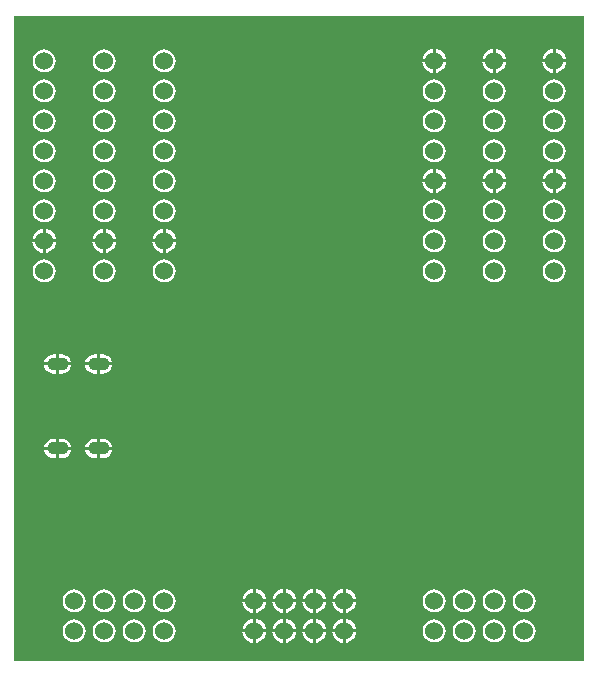
<source format=gbl>
G04*
G04 #@! TF.GenerationSoftware,Altium Limited,Altium Designer,20.0.9 (164)*
G04*
G04 Layer_Physical_Order=2*
G04 Layer_Color=16711680*
%FSLAX25Y25*%
%MOIN*%
G70*
G01*
G75*
%ADD17C,0.06000*%
%ADD18O,0.07087X0.04331*%
G36*
X580000Y190000D02*
X390000D01*
Y405000D01*
X580000D01*
Y190000D01*
D02*
G37*
%LPC*%
G36*
X570500Y393969D02*
Y390500D01*
X573969D01*
X573897Y391044D01*
X573494Y392017D01*
X572853Y392853D01*
X572017Y393494D01*
X571044Y393897D01*
X570500Y393969D01*
D02*
G37*
G36*
X550500D02*
Y390500D01*
X553969D01*
X553897Y391044D01*
X553494Y392017D01*
X552853Y392853D01*
X552017Y393494D01*
X551044Y393897D01*
X550500Y393969D01*
D02*
G37*
G36*
X530500D02*
Y390500D01*
X533969D01*
X533897Y391044D01*
X533494Y392017D01*
X532853Y392853D01*
X532017Y393494D01*
X531044Y393897D01*
X530500Y393969D01*
D02*
G37*
G36*
X569500D02*
X568956Y393897D01*
X567983Y393494D01*
X567147Y392853D01*
X566506Y392017D01*
X566103Y391044D01*
X566031Y390500D01*
X569500D01*
Y393969D01*
D02*
G37*
G36*
X549500D02*
X548956Y393897D01*
X547983Y393494D01*
X547147Y392853D01*
X546506Y392017D01*
X546103Y391044D01*
X546031Y390500D01*
X549500D01*
Y393969D01*
D02*
G37*
G36*
X529500D02*
X528956Y393897D01*
X527983Y393494D01*
X527147Y392853D01*
X526506Y392017D01*
X526103Y391044D01*
X526031Y390500D01*
X529500D01*
Y393969D01*
D02*
G37*
G36*
X440000Y393833D02*
X439008Y393702D01*
X438084Y393319D01*
X437290Y392710D01*
X436681Y391916D01*
X436298Y390992D01*
X436167Y390000D01*
X436298Y389008D01*
X436681Y388084D01*
X437290Y387290D01*
X438084Y386681D01*
X439008Y386298D01*
X440000Y386167D01*
X440992Y386298D01*
X441916Y386681D01*
X442710Y387290D01*
X443319Y388084D01*
X443702Y389008D01*
X443833Y390000D01*
X443702Y390992D01*
X443319Y391916D01*
X442710Y392710D01*
X441916Y393319D01*
X440992Y393702D01*
X440000Y393833D01*
D02*
G37*
G36*
X420000D02*
X419008Y393702D01*
X418084Y393319D01*
X417290Y392710D01*
X416681Y391916D01*
X416298Y390992D01*
X416167Y390000D01*
X416298Y389008D01*
X416681Y388084D01*
X417290Y387290D01*
X418084Y386681D01*
X419008Y386298D01*
X420000Y386167D01*
X420992Y386298D01*
X421916Y386681D01*
X422710Y387290D01*
X423319Y388084D01*
X423702Y389008D01*
X423833Y390000D01*
X423702Y390992D01*
X423319Y391916D01*
X422710Y392710D01*
X421916Y393319D01*
X420992Y393702D01*
X420000Y393833D01*
D02*
G37*
G36*
X400000D02*
X399008Y393702D01*
X398084Y393319D01*
X397290Y392710D01*
X396681Y391916D01*
X396298Y390992D01*
X396167Y390000D01*
X396298Y389008D01*
X396681Y388084D01*
X397290Y387290D01*
X398084Y386681D01*
X399008Y386298D01*
X400000Y386167D01*
X400992Y386298D01*
X401916Y386681D01*
X402710Y387290D01*
X403319Y388084D01*
X403702Y389008D01*
X403833Y390000D01*
X403702Y390992D01*
X403319Y391916D01*
X402710Y392710D01*
X401916Y393319D01*
X400992Y393702D01*
X400000Y393833D01*
D02*
G37*
G36*
X533969Y389500D02*
X530500D01*
Y386031D01*
X531044Y386103D01*
X532017Y386506D01*
X532853Y387147D01*
X533494Y387983D01*
X533897Y388956D01*
X533969Y389500D01*
D02*
G37*
G36*
X573969D02*
X570500D01*
Y386031D01*
X571044Y386103D01*
X572017Y386506D01*
X572853Y387147D01*
X573494Y387983D01*
X573897Y388956D01*
X573969Y389500D01*
D02*
G37*
G36*
X553969D02*
X550500D01*
Y386031D01*
X551044Y386103D01*
X552017Y386506D01*
X552853Y387147D01*
X553494Y387983D01*
X553897Y388956D01*
X553969Y389500D01*
D02*
G37*
G36*
X569500D02*
X566031D01*
X566103Y388956D01*
X566506Y387983D01*
X567147Y387147D01*
X567983Y386506D01*
X568956Y386103D01*
X569500Y386031D01*
Y389500D01*
D02*
G37*
G36*
X549500D02*
X546031D01*
X546103Y388956D01*
X546506Y387983D01*
X547147Y387147D01*
X547983Y386506D01*
X548956Y386103D01*
X549500Y386031D01*
Y389500D01*
D02*
G37*
G36*
X529500D02*
X526031D01*
X526103Y388956D01*
X526506Y387983D01*
X527147Y387147D01*
X527983Y386506D01*
X528956Y386103D01*
X529500Y386031D01*
Y389500D01*
D02*
G37*
G36*
X550000Y383833D02*
X549008Y383702D01*
X548084Y383319D01*
X547290Y382710D01*
X546681Y381916D01*
X546298Y380992D01*
X546167Y380000D01*
X546298Y379008D01*
X546681Y378084D01*
X547290Y377290D01*
X548084Y376681D01*
X549008Y376298D01*
X550000Y376167D01*
X550992Y376298D01*
X551916Y376681D01*
X552710Y377290D01*
X553319Y378084D01*
X553702Y379008D01*
X553833Y380000D01*
X553702Y380992D01*
X553319Y381916D01*
X552710Y382710D01*
X551916Y383319D01*
X550992Y383702D01*
X550000Y383833D01*
D02*
G37*
G36*
X570000Y383833D02*
X569008Y383702D01*
X568084Y383319D01*
X567290Y382710D01*
X566681Y381916D01*
X566298Y380992D01*
X566167Y380000D01*
X566298Y379008D01*
X566681Y378084D01*
X567290Y377290D01*
X568084Y376681D01*
X569008Y376298D01*
X570000Y376167D01*
X570992Y376298D01*
X571916Y376681D01*
X572710Y377290D01*
X573319Y378084D01*
X573702Y379008D01*
X573833Y380000D01*
X573702Y380992D01*
X573319Y381916D01*
X572710Y382710D01*
X571916Y383319D01*
X570992Y383702D01*
X570000Y383833D01*
D02*
G37*
G36*
X530000D02*
X529008Y383702D01*
X528084Y383319D01*
X527290Y382710D01*
X526681Y381916D01*
X526298Y380992D01*
X526167Y380000D01*
X526298Y379008D01*
X526681Y378084D01*
X527290Y377290D01*
X528084Y376681D01*
X529008Y376298D01*
X530000Y376167D01*
X530992Y376298D01*
X531916Y376681D01*
X532710Y377290D01*
X533319Y378084D01*
X533702Y379008D01*
X533833Y380000D01*
X533702Y380992D01*
X533319Y381916D01*
X532710Y382710D01*
X531916Y383319D01*
X530992Y383702D01*
X530000Y383833D01*
D02*
G37*
G36*
X440000D02*
X439008Y383702D01*
X438084Y383319D01*
X437290Y382710D01*
X436681Y381916D01*
X436298Y380992D01*
X436167Y380000D01*
X436298Y379008D01*
X436681Y378084D01*
X437290Y377290D01*
X438084Y376681D01*
X439008Y376298D01*
X440000Y376167D01*
X440992Y376298D01*
X441916Y376681D01*
X442710Y377290D01*
X443319Y378084D01*
X443702Y379008D01*
X443833Y380000D01*
X443702Y380992D01*
X443319Y381916D01*
X442710Y382710D01*
X441916Y383319D01*
X440992Y383702D01*
X440000Y383833D01*
D02*
G37*
G36*
X420000D02*
X419008Y383702D01*
X418084Y383319D01*
X417290Y382710D01*
X416681Y381916D01*
X416298Y380992D01*
X416167Y380000D01*
X416298Y379008D01*
X416681Y378084D01*
X417290Y377290D01*
X418084Y376681D01*
X419008Y376298D01*
X420000Y376167D01*
X420992Y376298D01*
X421916Y376681D01*
X422710Y377290D01*
X423319Y378084D01*
X423702Y379008D01*
X423833Y380000D01*
X423702Y380992D01*
X423319Y381916D01*
X422710Y382710D01*
X421916Y383319D01*
X420992Y383702D01*
X420000Y383833D01*
D02*
G37*
G36*
X400000D02*
X399008Y383702D01*
X398084Y383319D01*
X397290Y382710D01*
X396681Y381916D01*
X396298Y380992D01*
X396167Y380000D01*
X396298Y379008D01*
X396681Y378084D01*
X397290Y377290D01*
X398084Y376681D01*
X399008Y376298D01*
X400000Y376167D01*
X400992Y376298D01*
X401916Y376681D01*
X402710Y377290D01*
X403319Y378084D01*
X403702Y379008D01*
X403833Y380000D01*
X403702Y380992D01*
X403319Y381916D01*
X402710Y382710D01*
X401916Y383319D01*
X400992Y383702D01*
X400000Y383833D01*
D02*
G37*
G36*
X570000Y373833D02*
X569008Y373702D01*
X568084Y373319D01*
X567290Y372710D01*
X566681Y371916D01*
X566298Y370992D01*
X566167Y370000D01*
X566298Y369008D01*
X566681Y368084D01*
X567290Y367290D01*
X568084Y366681D01*
X569008Y366298D01*
X570000Y366167D01*
X570992Y366298D01*
X571916Y366681D01*
X572710Y367290D01*
X573319Y368084D01*
X573702Y369008D01*
X573833Y370000D01*
X573702Y370992D01*
X573319Y371916D01*
X572710Y372710D01*
X571916Y373319D01*
X570992Y373702D01*
X570000Y373833D01*
D02*
G37*
G36*
X550000D02*
X549008Y373702D01*
X548084Y373319D01*
X547290Y372710D01*
X546681Y371916D01*
X546298Y370992D01*
X546167Y370000D01*
X546298Y369008D01*
X546681Y368084D01*
X547290Y367290D01*
X548084Y366681D01*
X549008Y366298D01*
X550000Y366167D01*
X550992Y366298D01*
X551916Y366681D01*
X552710Y367290D01*
X553319Y368084D01*
X553702Y369008D01*
X553833Y370000D01*
X553702Y370992D01*
X553319Y371916D01*
X552710Y372710D01*
X551916Y373319D01*
X550992Y373702D01*
X550000Y373833D01*
D02*
G37*
G36*
X530000D02*
X529008Y373702D01*
X528084Y373319D01*
X527290Y372710D01*
X526681Y371916D01*
X526298Y370992D01*
X526167Y370000D01*
X526298Y369008D01*
X526681Y368084D01*
X527290Y367290D01*
X528084Y366681D01*
X529008Y366298D01*
X530000Y366167D01*
X530992Y366298D01*
X531916Y366681D01*
X532710Y367290D01*
X533319Y368084D01*
X533702Y369008D01*
X533833Y370000D01*
X533702Y370992D01*
X533319Y371916D01*
X532710Y372710D01*
X531916Y373319D01*
X530992Y373702D01*
X530000Y373833D01*
D02*
G37*
G36*
X440000D02*
X439008Y373702D01*
X438084Y373319D01*
X437290Y372710D01*
X436681Y371916D01*
X436298Y370992D01*
X436167Y370000D01*
X436298Y369008D01*
X436681Y368084D01*
X437290Y367290D01*
X438084Y366681D01*
X439008Y366298D01*
X440000Y366167D01*
X440992Y366298D01*
X441916Y366681D01*
X442710Y367290D01*
X443319Y368084D01*
X443702Y369008D01*
X443833Y370000D01*
X443702Y370992D01*
X443319Y371916D01*
X442710Y372710D01*
X441916Y373319D01*
X440992Y373702D01*
X440000Y373833D01*
D02*
G37*
G36*
X420000D02*
X419008Y373702D01*
X418084Y373319D01*
X417290Y372710D01*
X416681Y371916D01*
X416298Y370992D01*
X416167Y370000D01*
X416298Y369008D01*
X416681Y368084D01*
X417290Y367290D01*
X418084Y366681D01*
X419008Y366298D01*
X420000Y366167D01*
X420992Y366298D01*
X421916Y366681D01*
X422710Y367290D01*
X423319Y368084D01*
X423702Y369008D01*
X423833Y370000D01*
X423702Y370992D01*
X423319Y371916D01*
X422710Y372710D01*
X421916Y373319D01*
X420992Y373702D01*
X420000Y373833D01*
D02*
G37*
G36*
X400000D02*
X399008Y373702D01*
X398084Y373319D01*
X397290Y372710D01*
X396681Y371916D01*
X396298Y370992D01*
X396167Y370000D01*
X396298Y369008D01*
X396681Y368084D01*
X397290Y367290D01*
X398084Y366681D01*
X399008Y366298D01*
X400000Y366167D01*
X400992Y366298D01*
X401916Y366681D01*
X402710Y367290D01*
X403319Y368084D01*
X403702Y369008D01*
X403833Y370000D01*
X403702Y370992D01*
X403319Y371916D01*
X402710Y372710D01*
X401916Y373319D01*
X400992Y373702D01*
X400000Y373833D01*
D02*
G37*
G36*
X570000Y363833D02*
X569008Y363702D01*
X568084Y363319D01*
X567290Y362710D01*
X566681Y361916D01*
X566298Y360992D01*
X566167Y360000D01*
X566298Y359008D01*
X566681Y358084D01*
X567290Y357290D01*
X568084Y356681D01*
X569008Y356298D01*
X570000Y356167D01*
X570992Y356298D01*
X571916Y356681D01*
X572710Y357290D01*
X573319Y358084D01*
X573702Y359008D01*
X573833Y360000D01*
X573702Y360992D01*
X573319Y361916D01*
X572710Y362710D01*
X571916Y363319D01*
X570992Y363702D01*
X570000Y363833D01*
D02*
G37*
G36*
X550000Y363833D02*
X549008Y363702D01*
X548084Y363319D01*
X547290Y362710D01*
X546681Y361916D01*
X546298Y360992D01*
X546167Y360000D01*
X546298Y359008D01*
X546681Y358084D01*
X547290Y357290D01*
X548084Y356681D01*
X549008Y356298D01*
X550000Y356167D01*
X550992Y356298D01*
X551916Y356681D01*
X552710Y357290D01*
X553319Y358084D01*
X553702Y359008D01*
X553833Y360000D01*
X553702Y360992D01*
X553319Y361916D01*
X552710Y362710D01*
X551916Y363319D01*
X550992Y363702D01*
X550000Y363833D01*
D02*
G37*
G36*
X530000D02*
X529008Y363702D01*
X528084Y363319D01*
X527290Y362710D01*
X526681Y361916D01*
X526298Y360992D01*
X526167Y360000D01*
X526298Y359008D01*
X526681Y358084D01*
X527290Y357290D01*
X528084Y356681D01*
X529008Y356298D01*
X530000Y356167D01*
X530992Y356298D01*
X531916Y356681D01*
X532710Y357290D01*
X533319Y358084D01*
X533702Y359008D01*
X533833Y360000D01*
X533702Y360992D01*
X533319Y361916D01*
X532710Y362710D01*
X531916Y363319D01*
X530992Y363702D01*
X530000Y363833D01*
D02*
G37*
G36*
X440000D02*
X439008Y363702D01*
X438084Y363319D01*
X437290Y362710D01*
X436681Y361916D01*
X436298Y360992D01*
X436167Y360000D01*
X436298Y359008D01*
X436681Y358084D01*
X437290Y357290D01*
X438084Y356681D01*
X439008Y356298D01*
X440000Y356167D01*
X440992Y356298D01*
X441916Y356681D01*
X442710Y357290D01*
X443319Y358084D01*
X443702Y359008D01*
X443833Y360000D01*
X443702Y360992D01*
X443319Y361916D01*
X442710Y362710D01*
X441916Y363319D01*
X440992Y363702D01*
X440000Y363833D01*
D02*
G37*
G36*
X420000D02*
X419008Y363702D01*
X418084Y363319D01*
X417290Y362710D01*
X416681Y361916D01*
X416298Y360992D01*
X416167Y360000D01*
X416298Y359008D01*
X416681Y358084D01*
X417290Y357290D01*
X418084Y356681D01*
X419008Y356298D01*
X420000Y356167D01*
X420992Y356298D01*
X421916Y356681D01*
X422710Y357290D01*
X423319Y358084D01*
X423702Y359008D01*
X423833Y360000D01*
X423702Y360992D01*
X423319Y361916D01*
X422710Y362710D01*
X421916Y363319D01*
X420992Y363702D01*
X420000Y363833D01*
D02*
G37*
G36*
X400000D02*
X399008Y363702D01*
X398084Y363319D01*
X397290Y362710D01*
X396681Y361916D01*
X396298Y360992D01*
X396167Y360000D01*
X396298Y359008D01*
X396681Y358084D01*
X397290Y357290D01*
X398084Y356681D01*
X399008Y356298D01*
X400000Y356167D01*
X400992Y356298D01*
X401916Y356681D01*
X402710Y357290D01*
X403319Y358084D01*
X403702Y359008D01*
X403833Y360000D01*
X403702Y360992D01*
X403319Y361916D01*
X402710Y362710D01*
X401916Y363319D01*
X400992Y363702D01*
X400000Y363833D01*
D02*
G37*
G36*
X530500Y353969D02*
Y350500D01*
X533969D01*
X533897Y351044D01*
X533494Y352017D01*
X532853Y352853D01*
X532017Y353494D01*
X531044Y353897D01*
X530500Y353969D01*
D02*
G37*
G36*
X570500Y353969D02*
Y350500D01*
X573969D01*
X573897Y351044D01*
X573494Y352017D01*
X572853Y352853D01*
X572017Y353494D01*
X571044Y353897D01*
X570500Y353969D01*
D02*
G37*
G36*
X550500D02*
Y350500D01*
X553969D01*
X553897Y351044D01*
X553494Y352017D01*
X552853Y352853D01*
X552017Y353494D01*
X551044Y353897D01*
X550500Y353969D01*
D02*
G37*
G36*
X569500D02*
X568956Y353897D01*
X567983Y353494D01*
X567147Y352853D01*
X566506Y352017D01*
X566103Y351044D01*
X566031Y350500D01*
X569500D01*
Y353969D01*
D02*
G37*
G36*
X549500D02*
X548956Y353897D01*
X547983Y353494D01*
X547147Y352853D01*
X546506Y352017D01*
X546103Y351044D01*
X546031Y350500D01*
X549500D01*
Y353969D01*
D02*
G37*
G36*
X529500D02*
X528956Y353897D01*
X527983Y353494D01*
X527147Y352853D01*
X526506Y352017D01*
X526103Y351044D01*
X526031Y350500D01*
X529500D01*
Y353969D01*
D02*
G37*
G36*
X440000Y353833D02*
X439008Y353702D01*
X438084Y353319D01*
X437290Y352710D01*
X436681Y351916D01*
X436298Y350992D01*
X436167Y350000D01*
X436298Y349008D01*
X436681Y348084D01*
X437290Y347290D01*
X438084Y346681D01*
X439008Y346298D01*
X440000Y346167D01*
X440992Y346298D01*
X441916Y346681D01*
X442710Y347290D01*
X443319Y348084D01*
X443702Y349008D01*
X443833Y350000D01*
X443702Y350992D01*
X443319Y351916D01*
X442710Y352710D01*
X441916Y353319D01*
X440992Y353702D01*
X440000Y353833D01*
D02*
G37*
G36*
X420000D02*
X419008Y353702D01*
X418084Y353319D01*
X417290Y352710D01*
X416681Y351916D01*
X416298Y350992D01*
X416167Y350000D01*
X416298Y349008D01*
X416681Y348084D01*
X417290Y347290D01*
X418084Y346681D01*
X419008Y346298D01*
X420000Y346167D01*
X420992Y346298D01*
X421916Y346681D01*
X422710Y347290D01*
X423319Y348084D01*
X423702Y349008D01*
X423833Y350000D01*
X423702Y350992D01*
X423319Y351916D01*
X422710Y352710D01*
X421916Y353319D01*
X420992Y353702D01*
X420000Y353833D01*
D02*
G37*
G36*
X400000D02*
X399008Y353702D01*
X398084Y353319D01*
X397290Y352710D01*
X396681Y351916D01*
X396298Y350992D01*
X396167Y350000D01*
X396298Y349008D01*
X396681Y348084D01*
X397290Y347290D01*
X398084Y346681D01*
X399008Y346298D01*
X400000Y346167D01*
X400992Y346298D01*
X401916Y346681D01*
X402710Y347290D01*
X403319Y348084D01*
X403702Y349008D01*
X403833Y350000D01*
X403702Y350992D01*
X403319Y351916D01*
X402710Y352710D01*
X401916Y353319D01*
X400992Y353702D01*
X400000Y353833D01*
D02*
G37*
G36*
X529500Y349500D02*
X526031D01*
X526103Y348956D01*
X526506Y347983D01*
X527147Y347147D01*
X527983Y346506D01*
X528956Y346103D01*
X529500Y346031D01*
Y349500D01*
D02*
G37*
G36*
X533969D02*
X530500D01*
Y346031D01*
X531044Y346103D01*
X532017Y346506D01*
X532853Y347147D01*
X533494Y347983D01*
X533897Y348956D01*
X533969Y349500D01*
D02*
G37*
G36*
X573969D02*
X570500D01*
Y346031D01*
X571044Y346103D01*
X572017Y346506D01*
X572853Y347147D01*
X573494Y347983D01*
X573897Y348956D01*
X573969Y349500D01*
D02*
G37*
G36*
X553969D02*
X550500D01*
Y346031D01*
X551044Y346103D01*
X552017Y346506D01*
X552853Y347147D01*
X553494Y347983D01*
X553897Y348956D01*
X553969Y349500D01*
D02*
G37*
G36*
X569500D02*
X566031D01*
X566103Y348956D01*
X566506Y347983D01*
X567147Y347147D01*
X567983Y346506D01*
X568956Y346103D01*
X569500Y346031D01*
Y349500D01*
D02*
G37*
G36*
X549500D02*
X546031D01*
X546103Y348956D01*
X546506Y347983D01*
X547147Y347147D01*
X547983Y346506D01*
X548956Y346103D01*
X549500Y346031D01*
Y349500D01*
D02*
G37*
G36*
X570000Y343833D02*
X569008Y343702D01*
X568084Y343319D01*
X567290Y342710D01*
X566681Y341916D01*
X566298Y340992D01*
X566167Y340000D01*
X566298Y339008D01*
X566681Y338084D01*
X567290Y337290D01*
X568084Y336681D01*
X569008Y336298D01*
X570000Y336167D01*
X570992Y336298D01*
X571916Y336681D01*
X572710Y337290D01*
X573319Y338084D01*
X573702Y339008D01*
X573833Y340000D01*
X573702Y340992D01*
X573319Y341916D01*
X572710Y342710D01*
X571916Y343319D01*
X570992Y343702D01*
X570000Y343833D01*
D02*
G37*
G36*
X530000D02*
X529008Y343702D01*
X528084Y343319D01*
X527290Y342710D01*
X526681Y341916D01*
X526298Y340992D01*
X526167Y340000D01*
X526298Y339008D01*
X526681Y338084D01*
X527290Y337290D01*
X528084Y336681D01*
X529008Y336298D01*
X530000Y336167D01*
X530992Y336298D01*
X531916Y336681D01*
X532710Y337290D01*
X533319Y338084D01*
X533702Y339008D01*
X533833Y340000D01*
X533702Y340992D01*
X533319Y341916D01*
X532710Y342710D01*
X531916Y343319D01*
X530992Y343702D01*
X530000Y343833D01*
D02*
G37*
G36*
X440000D02*
X439008Y343702D01*
X438084Y343319D01*
X437290Y342710D01*
X436681Y341916D01*
X436298Y340992D01*
X436167Y340000D01*
X436298Y339008D01*
X436681Y338084D01*
X437290Y337290D01*
X438084Y336681D01*
X439008Y336298D01*
X440000Y336167D01*
X440992Y336298D01*
X441916Y336681D01*
X442710Y337290D01*
X443319Y338084D01*
X443702Y339008D01*
X443833Y340000D01*
X443702Y340992D01*
X443319Y341916D01*
X442710Y342710D01*
X441916Y343319D01*
X440992Y343702D01*
X440000Y343833D01*
D02*
G37*
G36*
X420000D02*
X419008Y343702D01*
X418084Y343319D01*
X417290Y342710D01*
X416681Y341916D01*
X416298Y340992D01*
X416167Y340000D01*
X416298Y339008D01*
X416681Y338084D01*
X417290Y337290D01*
X418084Y336681D01*
X419008Y336298D01*
X420000Y336167D01*
X420992Y336298D01*
X421916Y336681D01*
X422710Y337290D01*
X423319Y338084D01*
X423702Y339008D01*
X423833Y340000D01*
X423702Y340992D01*
X423319Y341916D01*
X422710Y342710D01*
X421916Y343319D01*
X420992Y343702D01*
X420000Y343833D01*
D02*
G37*
G36*
X400000D02*
X399008Y343702D01*
X398084Y343319D01*
X397290Y342710D01*
X396681Y341916D01*
X396298Y340992D01*
X396167Y340000D01*
X396298Y339008D01*
X396681Y338084D01*
X397290Y337290D01*
X398084Y336681D01*
X399008Y336298D01*
X400000Y336167D01*
X400992Y336298D01*
X401916Y336681D01*
X402710Y337290D01*
X403319Y338084D01*
X403702Y339008D01*
X403833Y340000D01*
X403702Y340992D01*
X403319Y341916D01*
X402710Y342710D01*
X401916Y343319D01*
X400992Y343702D01*
X400000Y343833D01*
D02*
G37*
G36*
X550000Y343833D02*
X549008Y343702D01*
X548084Y343319D01*
X547290Y342710D01*
X546681Y341916D01*
X546298Y340992D01*
X546167Y340000D01*
X546298Y339008D01*
X546681Y338084D01*
X547290Y337290D01*
X548084Y336681D01*
X549008Y336298D01*
X550000Y336167D01*
X550992Y336298D01*
X551916Y336681D01*
X552710Y337290D01*
X553319Y338084D01*
X553702Y339008D01*
X553833Y340000D01*
X553702Y340992D01*
X553319Y341916D01*
X552710Y342710D01*
X551916Y343319D01*
X550992Y343702D01*
X550000Y343833D01*
D02*
G37*
G36*
X420500Y333969D02*
Y330500D01*
X423969D01*
X423897Y331044D01*
X423494Y332017D01*
X422853Y332853D01*
X422017Y333494D01*
X421044Y333897D01*
X420500Y333969D01*
D02*
G37*
G36*
X400500D02*
Y330500D01*
X403969D01*
X403897Y331044D01*
X403494Y332017D01*
X402853Y332853D01*
X402017Y333494D01*
X401044Y333897D01*
X400500Y333969D01*
D02*
G37*
G36*
X440500D02*
Y330500D01*
X443969D01*
X443897Y331044D01*
X443494Y332017D01*
X442853Y332853D01*
X442017Y333494D01*
X441044Y333897D01*
X440500Y333969D01*
D02*
G37*
G36*
X439500D02*
X438956Y333897D01*
X437983Y333494D01*
X437147Y332853D01*
X436506Y332017D01*
X436103Y331044D01*
X436031Y330500D01*
X439500D01*
Y333969D01*
D02*
G37*
G36*
X399500D02*
X398956Y333897D01*
X397983Y333494D01*
X397147Y332853D01*
X396506Y332017D01*
X396103Y331044D01*
X396031Y330500D01*
X399500D01*
Y333969D01*
D02*
G37*
G36*
X419500D02*
X418956Y333897D01*
X417983Y333494D01*
X417147Y332853D01*
X416506Y332017D01*
X416103Y331044D01*
X416031Y330500D01*
X419500D01*
Y333969D01*
D02*
G37*
G36*
X570000Y333833D02*
X569008Y333702D01*
X568084Y333319D01*
X567290Y332710D01*
X566681Y331916D01*
X566298Y330992D01*
X566167Y330000D01*
X566298Y329008D01*
X566681Y328084D01*
X567290Y327290D01*
X568084Y326681D01*
X569008Y326298D01*
X570000Y326167D01*
X570992Y326298D01*
X571916Y326681D01*
X572710Y327290D01*
X573319Y328084D01*
X573702Y329008D01*
X573833Y330000D01*
X573702Y330992D01*
X573319Y331916D01*
X572710Y332710D01*
X571916Y333319D01*
X570992Y333702D01*
X570000Y333833D01*
D02*
G37*
G36*
X550000D02*
X549008Y333702D01*
X548084Y333319D01*
X547290Y332710D01*
X546681Y331916D01*
X546298Y330992D01*
X546167Y330000D01*
X546298Y329008D01*
X546681Y328084D01*
X547290Y327290D01*
X548084Y326681D01*
X549008Y326298D01*
X550000Y326167D01*
X550992Y326298D01*
X551916Y326681D01*
X552710Y327290D01*
X553319Y328084D01*
X553702Y329008D01*
X553833Y330000D01*
X553702Y330992D01*
X553319Y331916D01*
X552710Y332710D01*
X551916Y333319D01*
X550992Y333702D01*
X550000Y333833D01*
D02*
G37*
G36*
X530000D02*
X529008Y333702D01*
X528084Y333319D01*
X527290Y332710D01*
X526681Y331916D01*
X526298Y330992D01*
X526167Y330000D01*
X526298Y329008D01*
X526681Y328084D01*
X527290Y327290D01*
X528084Y326681D01*
X529008Y326298D01*
X530000Y326167D01*
X530992Y326298D01*
X531916Y326681D01*
X532710Y327290D01*
X533319Y328084D01*
X533702Y329008D01*
X533833Y330000D01*
X533702Y330992D01*
X533319Y331916D01*
X532710Y332710D01*
X531916Y333319D01*
X530992Y333702D01*
X530000Y333833D01*
D02*
G37*
G36*
X423969Y329500D02*
X420500D01*
Y326031D01*
X421044Y326103D01*
X422017Y326506D01*
X422853Y327147D01*
X423494Y327983D01*
X423897Y328956D01*
X423969Y329500D01*
D02*
G37*
G36*
X403969D02*
X400500D01*
Y326031D01*
X401044Y326103D01*
X402017Y326506D01*
X402853Y327147D01*
X403494Y327983D01*
X403897Y328956D01*
X403969Y329500D01*
D02*
G37*
G36*
X443969D02*
X440500D01*
Y326031D01*
X441044Y326103D01*
X442017Y326506D01*
X442853Y327147D01*
X443494Y327983D01*
X443897Y328956D01*
X443969Y329500D01*
D02*
G37*
G36*
X439500D02*
X436031D01*
X436103Y328956D01*
X436506Y327983D01*
X437147Y327147D01*
X437983Y326506D01*
X438956Y326103D01*
X439500Y326031D01*
Y329500D01*
D02*
G37*
G36*
X399500D02*
X396031D01*
X396103Y328956D01*
X396506Y327983D01*
X397147Y327147D01*
X397983Y326506D01*
X398956Y326103D01*
X399500Y326031D01*
Y329500D01*
D02*
G37*
G36*
X419500D02*
X416031D01*
X416103Y328956D01*
X416506Y327983D01*
X417147Y327147D01*
X417983Y326506D01*
X418956Y326103D01*
X419500Y326031D01*
Y329500D01*
D02*
G37*
G36*
X550000Y323833D02*
X549008Y323702D01*
X548084Y323319D01*
X547290Y322710D01*
X546681Y321916D01*
X546298Y320992D01*
X546167Y320000D01*
X546298Y319008D01*
X546681Y318084D01*
X547290Y317290D01*
X548084Y316681D01*
X549008Y316298D01*
X550000Y316167D01*
X550992Y316298D01*
X551916Y316681D01*
X552710Y317290D01*
X553319Y318084D01*
X553702Y319008D01*
X553833Y320000D01*
X553702Y320992D01*
X553319Y321916D01*
X552710Y322710D01*
X551916Y323319D01*
X550992Y323702D01*
X550000Y323833D01*
D02*
G37*
G36*
X530000D02*
X529008Y323702D01*
X528084Y323319D01*
X527290Y322710D01*
X526681Y321916D01*
X526298Y320992D01*
X526167Y320000D01*
X526298Y319008D01*
X526681Y318084D01*
X527290Y317290D01*
X528084Y316681D01*
X529008Y316298D01*
X530000Y316167D01*
X530992Y316298D01*
X531916Y316681D01*
X532710Y317290D01*
X533319Y318084D01*
X533702Y319008D01*
X533833Y320000D01*
X533702Y320992D01*
X533319Y321916D01*
X532710Y322710D01*
X531916Y323319D01*
X530992Y323702D01*
X530000Y323833D01*
D02*
G37*
G36*
X440000D02*
X439008Y323702D01*
X438084Y323319D01*
X437290Y322710D01*
X436681Y321916D01*
X436298Y320992D01*
X436167Y320000D01*
X436298Y319008D01*
X436681Y318084D01*
X437290Y317290D01*
X438084Y316681D01*
X439008Y316298D01*
X440000Y316167D01*
X440992Y316298D01*
X441916Y316681D01*
X442710Y317290D01*
X443319Y318084D01*
X443702Y319008D01*
X443833Y320000D01*
X443702Y320992D01*
X443319Y321916D01*
X442710Y322710D01*
X441916Y323319D01*
X440992Y323702D01*
X440000Y323833D01*
D02*
G37*
G36*
X420000D02*
X419008Y323702D01*
X418084Y323319D01*
X417290Y322710D01*
X416681Y321916D01*
X416298Y320992D01*
X416167Y320000D01*
X416298Y319008D01*
X416681Y318084D01*
X417290Y317290D01*
X418084Y316681D01*
X419008Y316298D01*
X420000Y316167D01*
X420992Y316298D01*
X421916Y316681D01*
X422710Y317290D01*
X423319Y318084D01*
X423702Y319008D01*
X423833Y320000D01*
X423702Y320992D01*
X423319Y321916D01*
X422710Y322710D01*
X421916Y323319D01*
X420992Y323702D01*
X420000Y323833D01*
D02*
G37*
G36*
X400000D02*
X399008Y323702D01*
X398084Y323319D01*
X397290Y322710D01*
X396681Y321916D01*
X396298Y320992D01*
X396167Y320000D01*
X396298Y319008D01*
X396681Y318084D01*
X397290Y317290D01*
X398084Y316681D01*
X399008Y316298D01*
X400000Y316167D01*
X400992Y316298D01*
X401916Y316681D01*
X402710Y317290D01*
X403319Y318084D01*
X403702Y319008D01*
X403833Y320000D01*
X403702Y320992D01*
X403319Y321916D01*
X402710Y322710D01*
X401916Y323319D01*
X400992Y323702D01*
X400000Y323833D01*
D02*
G37*
G36*
X570000Y323833D02*
X569008Y323702D01*
X568084Y323319D01*
X567290Y322710D01*
X566681Y321916D01*
X566298Y320992D01*
X566167Y320000D01*
X566298Y319008D01*
X566681Y318084D01*
X567290Y317290D01*
X568084Y316681D01*
X569008Y316298D01*
X570000Y316167D01*
X570992Y316298D01*
X571916Y316681D01*
X572710Y317290D01*
X573319Y318084D01*
X573702Y319008D01*
X573833Y320000D01*
X573702Y320992D01*
X573319Y321916D01*
X572710Y322710D01*
X571916Y323319D01*
X570992Y323702D01*
X570000Y323833D01*
D02*
G37*
G36*
X419528Y292149D02*
X418650D01*
Y289457D01*
X422654D01*
X422611Y289783D01*
X422293Y290553D01*
X421785Y291214D01*
X421124Y291722D01*
X420354Y292041D01*
X419528Y292149D01*
D02*
G37*
G36*
X417650D02*
X416772D01*
X415945Y292041D01*
X415175Y291722D01*
X414514Y291214D01*
X414007Y290553D01*
X413688Y289783D01*
X413645Y289457D01*
X417650D01*
Y292149D01*
D02*
G37*
G36*
X405866D02*
X404988D01*
Y289457D01*
X408993D01*
X408950Y289783D01*
X408631Y290553D01*
X408124Y291214D01*
X407463Y291722D01*
X406693Y292041D01*
X405866Y292149D01*
D02*
G37*
G36*
X403988D02*
X403110D01*
X402284Y292041D01*
X401514Y291722D01*
X400853Y291214D01*
X400345Y290553D01*
X400026Y289783D01*
X399983Y289457D01*
X403988D01*
Y292149D01*
D02*
G37*
G36*
X422654Y288457D02*
X418650D01*
Y285764D01*
X419528D01*
X420354Y285873D01*
X421124Y286192D01*
X421785Y286699D01*
X422293Y287360D01*
X422611Y288130D01*
X422654Y288457D01*
D02*
G37*
G36*
X417650D02*
X413645D01*
X413688Y288130D01*
X414007Y287360D01*
X414514Y286699D01*
X415175Y286192D01*
X415945Y285873D01*
X416772Y285764D01*
X417650D01*
Y288457D01*
D02*
G37*
G36*
X408993D02*
X404988D01*
Y285764D01*
X405866D01*
X406693Y285873D01*
X407463Y286192D01*
X408124Y286699D01*
X408631Y287360D01*
X408950Y288130D01*
X408993Y288457D01*
D02*
G37*
G36*
X403988D02*
X399983D01*
X400026Y288130D01*
X400345Y287360D01*
X400853Y286699D01*
X401514Y286192D01*
X402284Y285873D01*
X403110Y285764D01*
X403988D01*
Y288457D01*
D02*
G37*
G36*
X405866Y264000D02*
X404988D01*
Y261307D01*
X408993D01*
X408950Y261633D01*
X408631Y262403D01*
X408124Y263065D01*
X407463Y263572D01*
X406693Y263891D01*
X405866Y264000D01*
D02*
G37*
G36*
X419528D02*
X418650D01*
Y261307D01*
X422654D01*
X422611Y261633D01*
X422293Y262403D01*
X421785Y263065D01*
X421124Y263572D01*
X420354Y263891D01*
X419528Y264000D01*
D02*
G37*
G36*
X417650D02*
X416772D01*
X415945Y263891D01*
X415175Y263572D01*
X414514Y263065D01*
X414007Y262403D01*
X413688Y261633D01*
X413645Y261307D01*
X417650D01*
Y264000D01*
D02*
G37*
G36*
X403988D02*
X403110D01*
X402284Y263891D01*
X401514Y263572D01*
X400853Y263065D01*
X400345Y262403D01*
X400026Y261633D01*
X399983Y261307D01*
X403988D01*
Y264000D01*
D02*
G37*
G36*
X422654Y260307D02*
X418650D01*
Y257614D01*
X419528D01*
X420354Y257723D01*
X421124Y258042D01*
X421785Y258549D01*
X422293Y259211D01*
X422611Y259981D01*
X422654Y260307D01*
D02*
G37*
G36*
X417650D02*
X413645D01*
X413688Y259981D01*
X414007Y259211D01*
X414514Y258549D01*
X415175Y258042D01*
X415945Y257723D01*
X416772Y257614D01*
X417650D01*
Y260307D01*
D02*
G37*
G36*
X408993D02*
X404988D01*
Y257614D01*
X405866D01*
X406693Y257723D01*
X407463Y258042D01*
X408124Y258549D01*
X408631Y259211D01*
X408950Y259981D01*
X408993Y260307D01*
D02*
G37*
G36*
X403988D02*
X399983D01*
X400026Y259981D01*
X400345Y259211D01*
X400853Y258549D01*
X401514Y258042D01*
X402284Y257723D01*
X403110Y257614D01*
X403988D01*
Y260307D01*
D02*
G37*
G36*
X490500Y213969D02*
Y210500D01*
X493969D01*
X493897Y211044D01*
X493494Y212017D01*
X492853Y212853D01*
X492017Y213494D01*
X491044Y213897D01*
X490500Y213969D01*
D02*
G37*
G36*
X480500D02*
Y210500D01*
X483969D01*
X483897Y211044D01*
X483494Y212017D01*
X482853Y212853D01*
X482017Y213494D01*
X481044Y213897D01*
X480500Y213969D01*
D02*
G37*
G36*
X500500Y213969D02*
Y210500D01*
X503969D01*
X503897Y211044D01*
X503494Y212017D01*
X502853Y212853D01*
X502017Y213494D01*
X501044Y213897D01*
X500500Y213969D01*
D02*
G37*
G36*
X479500Y213969D02*
X478956Y213897D01*
X477983Y213494D01*
X477147Y212853D01*
X476506Y212017D01*
X476103Y211044D01*
X476031Y210500D01*
X479500D01*
Y213969D01*
D02*
G37*
G36*
X489500D02*
X488956Y213897D01*
X487983Y213494D01*
X487147Y212853D01*
X486506Y212017D01*
X486103Y211044D01*
X486031Y210500D01*
X489500D01*
Y213969D01*
D02*
G37*
G36*
X499500D02*
X498956Y213897D01*
X497983Y213494D01*
X497147Y212853D01*
X496506Y212017D01*
X496103Y211044D01*
X496031Y210500D01*
X499500D01*
Y213969D01*
D02*
G37*
G36*
X470500Y213969D02*
Y210500D01*
X473969D01*
X473897Y211044D01*
X473494Y212017D01*
X472853Y212853D01*
X472017Y213494D01*
X471044Y213897D01*
X470500Y213969D01*
D02*
G37*
G36*
X469500Y213969D02*
X468956Y213897D01*
X467983Y213494D01*
X467147Y212853D01*
X466506Y212017D01*
X466103Y211044D01*
X466031Y210500D01*
X469500D01*
Y213969D01*
D02*
G37*
G36*
X560000Y213833D02*
X559008Y213702D01*
X558084Y213319D01*
X557290Y212710D01*
X556681Y211916D01*
X556298Y210992D01*
X556167Y210000D01*
X556298Y209008D01*
X556681Y208084D01*
X557290Y207290D01*
X558084Y206681D01*
X559008Y206298D01*
X560000Y206167D01*
X560992Y206298D01*
X561916Y206681D01*
X562710Y207290D01*
X563319Y208084D01*
X563702Y209008D01*
X563833Y210000D01*
X563702Y210992D01*
X563319Y211916D01*
X562710Y212710D01*
X561916Y213319D01*
X560992Y213702D01*
X560000Y213833D01*
D02*
G37*
G36*
X440000D02*
X439008Y213702D01*
X438084Y213319D01*
X437290Y212710D01*
X436681Y211916D01*
X436298Y210992D01*
X436167Y210000D01*
X436298Y209008D01*
X436681Y208084D01*
X437290Y207290D01*
X438084Y206681D01*
X439008Y206298D01*
X440000Y206167D01*
X440992Y206298D01*
X441916Y206681D01*
X442710Y207290D01*
X443319Y208084D01*
X443702Y209008D01*
X443833Y210000D01*
X443702Y210992D01*
X443319Y211916D01*
X442710Y212710D01*
X441916Y213319D01*
X440992Y213702D01*
X440000Y213833D01*
D02*
G37*
G36*
X550000Y213833D02*
X549008Y213702D01*
X548084Y213319D01*
X547290Y212710D01*
X546681Y211916D01*
X546298Y210992D01*
X546167Y210000D01*
X546298Y209008D01*
X546681Y208084D01*
X547290Y207290D01*
X548084Y206681D01*
X549008Y206298D01*
X550000Y206167D01*
X550992Y206298D01*
X551916Y206681D01*
X552710Y207290D01*
X553319Y208084D01*
X553702Y209008D01*
X553833Y210000D01*
X553702Y210992D01*
X553319Y211916D01*
X552710Y212710D01*
X551916Y213319D01*
X550992Y213702D01*
X550000Y213833D01*
D02*
G37*
G36*
X540000D02*
X539008Y213702D01*
X538084Y213319D01*
X537290Y212710D01*
X536681Y211916D01*
X536298Y210992D01*
X536167Y210000D01*
X536298Y209008D01*
X536681Y208084D01*
X537290Y207290D01*
X538084Y206681D01*
X539008Y206298D01*
X540000Y206167D01*
X540992Y206298D01*
X541916Y206681D01*
X542710Y207290D01*
X543319Y208084D01*
X543702Y209008D01*
X543833Y210000D01*
X543702Y210992D01*
X543319Y211916D01*
X542710Y212710D01*
X541916Y213319D01*
X540992Y213702D01*
X540000Y213833D01*
D02*
G37*
G36*
X530000D02*
X529008Y213702D01*
X528084Y213319D01*
X527290Y212710D01*
X526681Y211916D01*
X526298Y210992D01*
X526167Y210000D01*
X526298Y209008D01*
X526681Y208084D01*
X527290Y207290D01*
X528084Y206681D01*
X529008Y206298D01*
X530000Y206167D01*
X530992Y206298D01*
X531916Y206681D01*
X532710Y207290D01*
X533319Y208084D01*
X533702Y209008D01*
X533833Y210000D01*
X533702Y210992D01*
X533319Y211916D01*
X532710Y212710D01*
X531916Y213319D01*
X530992Y213702D01*
X530000Y213833D01*
D02*
G37*
G36*
X430000D02*
X429008Y213702D01*
X428084Y213319D01*
X427290Y212710D01*
X426681Y211916D01*
X426298Y210992D01*
X426167Y210000D01*
X426298Y209008D01*
X426681Y208084D01*
X427290Y207290D01*
X428084Y206681D01*
X429008Y206298D01*
X430000Y206167D01*
X430992Y206298D01*
X431916Y206681D01*
X432710Y207290D01*
X433319Y208084D01*
X433702Y209008D01*
X433833Y210000D01*
X433702Y210992D01*
X433319Y211916D01*
X432710Y212710D01*
X431916Y213319D01*
X430992Y213702D01*
X430000Y213833D01*
D02*
G37*
G36*
X420000D02*
X419008Y213702D01*
X418084Y213319D01*
X417290Y212710D01*
X416681Y211916D01*
X416298Y210992D01*
X416167Y210000D01*
X416298Y209008D01*
X416681Y208084D01*
X417290Y207290D01*
X418084Y206681D01*
X419008Y206298D01*
X420000Y206167D01*
X420992Y206298D01*
X421916Y206681D01*
X422710Y207290D01*
X423319Y208084D01*
X423702Y209008D01*
X423833Y210000D01*
X423702Y210992D01*
X423319Y211916D01*
X422710Y212710D01*
X421916Y213319D01*
X420992Y213702D01*
X420000Y213833D01*
D02*
G37*
G36*
X410000D02*
X409008Y213702D01*
X408084Y213319D01*
X407290Y212710D01*
X406681Y211916D01*
X406298Y210992D01*
X406167Y210000D01*
X406298Y209008D01*
X406681Y208084D01*
X407290Y207290D01*
X408084Y206681D01*
X409008Y206298D01*
X410000Y206167D01*
X410992Y206298D01*
X411916Y206681D01*
X412710Y207290D01*
X413319Y208084D01*
X413702Y209008D01*
X413833Y210000D01*
X413702Y210992D01*
X413319Y211916D01*
X412710Y212710D01*
X411916Y213319D01*
X410992Y213702D01*
X410000Y213833D01*
D02*
G37*
G36*
X499500Y209500D02*
X496031D01*
X496103Y208956D01*
X496506Y207983D01*
X497147Y207147D01*
X497983Y206506D01*
X498956Y206103D01*
X499500Y206031D01*
Y209500D01*
D02*
G37*
G36*
X503969D02*
X500500D01*
Y206031D01*
X501044Y206103D01*
X502017Y206506D01*
X502853Y207147D01*
X503494Y207983D01*
X503897Y208956D01*
X503969Y209500D01*
D02*
G37*
G36*
X473969Y209500D02*
X470500D01*
Y206031D01*
X471044Y206103D01*
X472017Y206506D01*
X472853Y207147D01*
X473494Y207983D01*
X473897Y208956D01*
X473969Y209500D01*
D02*
G37*
G36*
X493969Y209500D02*
X490500D01*
Y206031D01*
X491044Y206103D01*
X492017Y206506D01*
X492853Y207147D01*
X493494Y207983D01*
X493897Y208956D01*
X493969Y209500D01*
D02*
G37*
G36*
X483969D02*
X480500D01*
Y206031D01*
X481044Y206103D01*
X482017Y206506D01*
X482853Y207147D01*
X483494Y207983D01*
X483897Y208956D01*
X483969Y209500D01*
D02*
G37*
G36*
X479500D02*
X476031D01*
X476103Y208956D01*
X476506Y207983D01*
X477147Y207147D01*
X477983Y206506D01*
X478956Y206103D01*
X479500Y206031D01*
Y209500D01*
D02*
G37*
G36*
X489500D02*
X486031D01*
X486103Y208956D01*
X486506Y207983D01*
X487147Y207147D01*
X487983Y206506D01*
X488956Y206103D01*
X489500Y206031D01*
Y209500D01*
D02*
G37*
G36*
X469500Y209500D02*
X466031D01*
X466103Y208956D01*
X466506Y207983D01*
X467147Y207147D01*
X467983Y206506D01*
X468956Y206103D01*
X469500Y206031D01*
Y209500D01*
D02*
G37*
G36*
X500500Y203969D02*
Y200500D01*
X503969D01*
X503897Y201044D01*
X503494Y202017D01*
X502853Y202853D01*
X502017Y203494D01*
X501044Y203897D01*
X500500Y203969D01*
D02*
G37*
G36*
X490500D02*
Y200500D01*
X493969D01*
X493897Y201044D01*
X493494Y202017D01*
X492853Y202853D01*
X492017Y203494D01*
X491044Y203897D01*
X490500Y203969D01*
D02*
G37*
G36*
X470500D02*
Y200500D01*
X473969D01*
X473897Y201044D01*
X473494Y202017D01*
X472853Y202853D01*
X472017Y203494D01*
X471044Y203897D01*
X470500Y203969D01*
D02*
G37*
G36*
X480500Y203969D02*
Y200500D01*
X483969D01*
X483897Y201044D01*
X483494Y202017D01*
X482853Y202853D01*
X482017Y203494D01*
X481044Y203897D01*
X480500Y203969D01*
D02*
G37*
G36*
X499500Y203969D02*
X498956Y203897D01*
X497983Y203494D01*
X497147Y202853D01*
X496506Y202017D01*
X496103Y201044D01*
X496031Y200500D01*
X499500D01*
Y203969D01*
D02*
G37*
G36*
X489500D02*
X488956Y203897D01*
X487983Y203494D01*
X487147Y202853D01*
X486506Y202017D01*
X486103Y201044D01*
X486031Y200500D01*
X489500D01*
Y203969D01*
D02*
G37*
G36*
X469500D02*
X468956Y203897D01*
X467983Y203494D01*
X467147Y202853D01*
X466506Y202017D01*
X466103Y201044D01*
X466031Y200500D01*
X469500D01*
Y203969D01*
D02*
G37*
G36*
X479500D02*
X478956Y203897D01*
X477983Y203494D01*
X477147Y202853D01*
X476506Y202017D01*
X476103Y201044D01*
X476031Y200500D01*
X479500D01*
Y203969D01*
D02*
G37*
G36*
X540000Y203833D02*
X539008Y203702D01*
X538084Y203319D01*
X537290Y202710D01*
X536681Y201916D01*
X536298Y200992D01*
X536167Y200000D01*
X536298Y199008D01*
X536681Y198084D01*
X537290Y197290D01*
X538084Y196681D01*
X539008Y196298D01*
X540000Y196167D01*
X540992Y196298D01*
X541916Y196681D01*
X542710Y197290D01*
X543319Y198084D01*
X543702Y199008D01*
X543833Y200000D01*
X543702Y200992D01*
X543319Y201916D01*
X542710Y202710D01*
X541916Y203319D01*
X540992Y203702D01*
X540000Y203833D01*
D02*
G37*
G36*
X420000D02*
X419008Y203702D01*
X418084Y203319D01*
X417290Y202710D01*
X416681Y201916D01*
X416298Y200992D01*
X416167Y200000D01*
X416298Y199008D01*
X416681Y198084D01*
X417290Y197290D01*
X418084Y196681D01*
X419008Y196298D01*
X420000Y196167D01*
X420992Y196298D01*
X421916Y196681D01*
X422710Y197290D01*
X423319Y198084D01*
X423702Y199008D01*
X423833Y200000D01*
X423702Y200992D01*
X423319Y201916D01*
X422710Y202710D01*
X421916Y203319D01*
X420992Y203702D01*
X420000Y203833D01*
D02*
G37*
G36*
X560000Y203833D02*
X559008Y203702D01*
X558084Y203319D01*
X557290Y202710D01*
X556681Y201916D01*
X556298Y200992D01*
X556167Y200000D01*
X556298Y199008D01*
X556681Y198084D01*
X557290Y197290D01*
X558084Y196681D01*
X559008Y196298D01*
X560000Y196167D01*
X560992Y196298D01*
X561916Y196681D01*
X562710Y197290D01*
X563319Y198084D01*
X563702Y199008D01*
X563833Y200000D01*
X563702Y200992D01*
X563319Y201916D01*
X562710Y202710D01*
X561916Y203319D01*
X560992Y203702D01*
X560000Y203833D01*
D02*
G37*
G36*
X550000D02*
X549008Y203702D01*
X548084Y203319D01*
X547290Y202710D01*
X546681Y201916D01*
X546298Y200992D01*
X546167Y200000D01*
X546298Y199008D01*
X546681Y198084D01*
X547290Y197290D01*
X548084Y196681D01*
X549008Y196298D01*
X550000Y196167D01*
X550992Y196298D01*
X551916Y196681D01*
X552710Y197290D01*
X553319Y198084D01*
X553702Y199008D01*
X553833Y200000D01*
X553702Y200992D01*
X553319Y201916D01*
X552710Y202710D01*
X551916Y203319D01*
X550992Y203702D01*
X550000Y203833D01*
D02*
G37*
G36*
X530000D02*
X529008Y203702D01*
X528084Y203319D01*
X527290Y202710D01*
X526681Y201916D01*
X526298Y200992D01*
X526167Y200000D01*
X526298Y199008D01*
X526681Y198084D01*
X527290Y197290D01*
X528084Y196681D01*
X529008Y196298D01*
X530000Y196167D01*
X530992Y196298D01*
X531916Y196681D01*
X532710Y197290D01*
X533319Y198084D01*
X533702Y199008D01*
X533833Y200000D01*
X533702Y200992D01*
X533319Y201916D01*
X532710Y202710D01*
X531916Y203319D01*
X530992Y203702D01*
X530000Y203833D01*
D02*
G37*
G36*
X440000D02*
X439008Y203702D01*
X438084Y203319D01*
X437290Y202710D01*
X436681Y201916D01*
X436298Y200992D01*
X436167Y200000D01*
X436298Y199008D01*
X436681Y198084D01*
X437290Y197290D01*
X438084Y196681D01*
X439008Y196298D01*
X440000Y196167D01*
X440992Y196298D01*
X441916Y196681D01*
X442710Y197290D01*
X443319Y198084D01*
X443702Y199008D01*
X443833Y200000D01*
X443702Y200992D01*
X443319Y201916D01*
X442710Y202710D01*
X441916Y203319D01*
X440992Y203702D01*
X440000Y203833D01*
D02*
G37*
G36*
X430000D02*
X429008Y203702D01*
X428084Y203319D01*
X427290Y202710D01*
X426681Y201916D01*
X426298Y200992D01*
X426167Y200000D01*
X426298Y199008D01*
X426681Y198084D01*
X427290Y197290D01*
X428084Y196681D01*
X429008Y196298D01*
X430000Y196167D01*
X430992Y196298D01*
X431916Y196681D01*
X432710Y197290D01*
X433319Y198084D01*
X433702Y199008D01*
X433833Y200000D01*
X433702Y200992D01*
X433319Y201916D01*
X432710Y202710D01*
X431916Y203319D01*
X430992Y203702D01*
X430000Y203833D01*
D02*
G37*
G36*
X410000D02*
X409008Y203702D01*
X408084Y203319D01*
X407290Y202710D01*
X406681Y201916D01*
X406298Y200992D01*
X406167Y200000D01*
X406298Y199008D01*
X406681Y198084D01*
X407290Y197290D01*
X408084Y196681D01*
X409008Y196298D01*
X410000Y196167D01*
X410992Y196298D01*
X411916Y196681D01*
X412710Y197290D01*
X413319Y198084D01*
X413702Y199008D01*
X413833Y200000D01*
X413702Y200992D01*
X413319Y201916D01*
X412710Y202710D01*
X411916Y203319D01*
X410992Y203702D01*
X410000Y203833D01*
D02*
G37*
G36*
X479500Y199500D02*
X476031D01*
X476103Y198956D01*
X476506Y197983D01*
X477147Y197147D01*
X477983Y196506D01*
X478956Y196103D01*
X479500Y196031D01*
Y199500D01*
D02*
G37*
G36*
X483969D02*
X480500D01*
Y196031D01*
X481044Y196103D01*
X482017Y196506D01*
X482853Y197147D01*
X483494Y197983D01*
X483897Y198956D01*
X483969Y199500D01*
D02*
G37*
G36*
X493969D02*
X490500D01*
Y196031D01*
X491044Y196103D01*
X492017Y196506D01*
X492853Y197147D01*
X493494Y197983D01*
X493897Y198956D01*
X493969Y199500D01*
D02*
G37*
G36*
X473969D02*
X470500D01*
Y196031D01*
X471044Y196103D01*
X472017Y196506D01*
X472853Y197147D01*
X473494Y197983D01*
X473897Y198956D01*
X473969Y199500D01*
D02*
G37*
G36*
X503969D02*
X500500D01*
Y196031D01*
X501044Y196103D01*
X502017Y196506D01*
X502853Y197147D01*
X503494Y197983D01*
X503897Y198956D01*
X503969Y199500D01*
D02*
G37*
G36*
X499500D02*
X496031D01*
X496103Y198956D01*
X496506Y197983D01*
X497147Y197147D01*
X497983Y196506D01*
X498956Y196103D01*
X499500Y196031D01*
Y199500D01*
D02*
G37*
G36*
X489500D02*
X486031D01*
X486103Y198956D01*
X486506Y197983D01*
X487147Y197147D01*
X487983Y196506D01*
X488956Y196103D01*
X489500Y196031D01*
Y199500D01*
D02*
G37*
G36*
X469500D02*
X466031D01*
X466103Y198956D01*
X466506Y197983D01*
X467147Y197147D01*
X467983Y196506D01*
X468956Y196103D01*
X469500Y196031D01*
Y199500D01*
D02*
G37*
%LPD*%
D17*
X440000Y330000D02*
D03*
Y320000D02*
D03*
Y350000D02*
D03*
Y340000D02*
D03*
Y370000D02*
D03*
Y360000D02*
D03*
Y380000D02*
D03*
Y390000D02*
D03*
X530000D02*
D03*
Y360000D02*
D03*
Y370000D02*
D03*
Y380000D02*
D03*
Y330000D02*
D03*
Y350000D02*
D03*
Y340000D02*
D03*
Y320000D02*
D03*
X550000Y390000D02*
D03*
Y380000D02*
D03*
Y360000D02*
D03*
Y370000D02*
D03*
Y340000D02*
D03*
Y350000D02*
D03*
Y320000D02*
D03*
Y330000D02*
D03*
X570000Y390000D02*
D03*
Y380000D02*
D03*
Y360000D02*
D03*
Y370000D02*
D03*
Y340000D02*
D03*
Y350000D02*
D03*
Y320000D02*
D03*
Y330000D02*
D03*
X420000Y320000D02*
D03*
Y330000D02*
D03*
Y350000D02*
D03*
Y340000D02*
D03*
Y370000D02*
D03*
Y360000D02*
D03*
Y390000D02*
D03*
Y380000D02*
D03*
X400000Y320000D02*
D03*
Y330000D02*
D03*
Y350000D02*
D03*
Y340000D02*
D03*
Y370000D02*
D03*
Y360000D02*
D03*
Y390000D02*
D03*
Y380000D02*
D03*
X500000Y200000D02*
D03*
Y210000D02*
D03*
X490000Y210000D02*
D03*
Y200000D02*
D03*
X480000Y210000D02*
D03*
Y200000D02*
D03*
X470000Y210000D02*
D03*
X470000Y200000D02*
D03*
X560000D02*
D03*
Y210000D02*
D03*
X550000Y210000D02*
D03*
Y200000D02*
D03*
X540000Y210000D02*
D03*
Y200000D02*
D03*
X530000Y210000D02*
D03*
X530000Y200000D02*
D03*
X440000D02*
D03*
Y210000D02*
D03*
X430000Y210000D02*
D03*
Y200000D02*
D03*
X420000Y210000D02*
D03*
Y200000D02*
D03*
X410000Y210000D02*
D03*
X410000Y200000D02*
D03*
D18*
X404488Y260807D02*
D03*
Y288957D02*
D03*
X418150Y260807D02*
D03*
Y288957D02*
D03*
M02*

</source>
